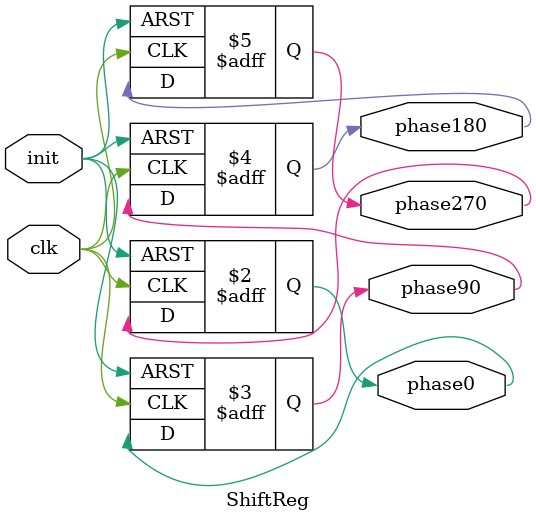
<source format=v>
`timescale 1ps/1ps
module ShiftReg (clk, init, phase0, phase90, phase180, phase270);
input clk, init; 
output phase0, phase90, phase180, phase270;

reg phase0, phase90, phase180, phase270;

always @ (posedge clk or posedge init)
   begin
	if (init)  
		begin
			phase0	 = 1'b0;
			phase90  = 1'b0;
			phase180 = 1'b1;
			phase270 = 1'b1;
		end
	else	
		begin
   	    	phase0 	 <=	phase270;
   	    	phase90  <=	phase0;
   	    	phase180 <=	phase90;
   	    	phase270 <=	phase180;
		end
    end
endmodule

</source>
